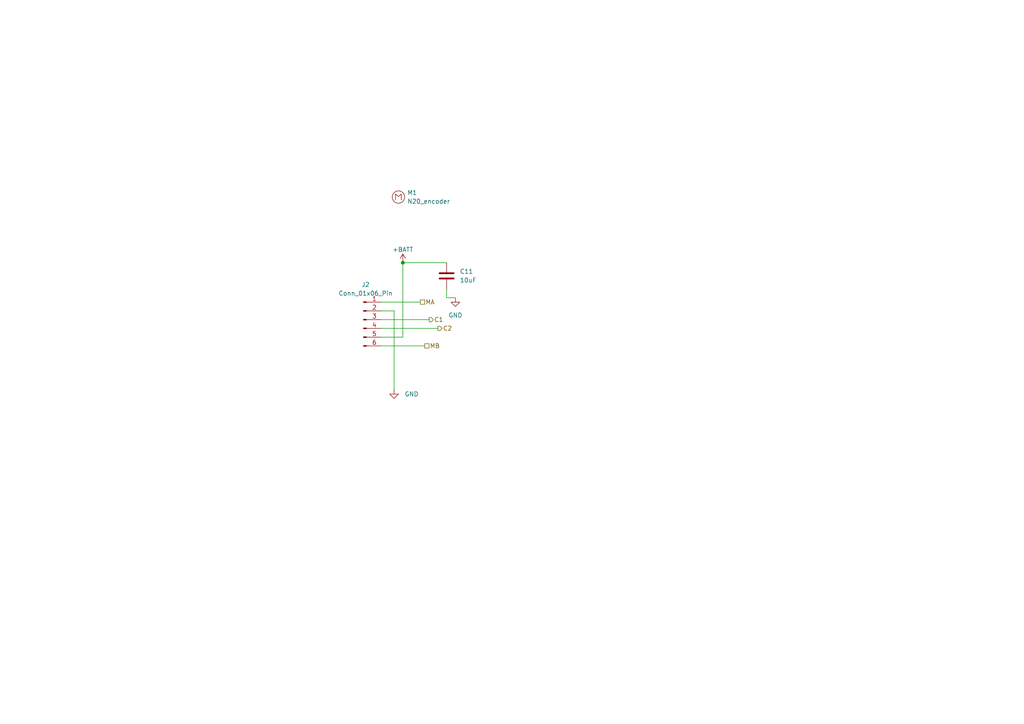
<source format=kicad_sch>
(kicad_sch (version 20230121) (generator eeschema)
  (paper "A4")
  (lib_symbols
    (symbol "Connector:Conn_01x06_Pin" (pin_names (offset 1.016) hide)
      (property "Reference" "J" (at 0 7.62 0))
      (property "Value" "Conn_01x06_Pin" (at 0 -10.16 0))
      (symbol "Conn_01x06_Pin_1_1"
        (polyline (pts (xy 1.27 -7.62) (xy 0.8636 -7.62)) (stroke (width 0.1524)))
        (polyline (pts (xy 1.27 -5.08) (xy 0.8636 -5.08)) (stroke (width 0.1524)))
        (polyline (pts (xy 1.27 -2.54) (xy 0.8636 -2.54)) (stroke (width 0.1524)))
        (polyline (pts (xy 1.27 0) (xy 0.8636 0)) (stroke (width 0.1524)))
        (polyline (pts (xy 1.27 2.54) (xy 0.8636 2.54)) (stroke (width 0.1524)))
        (polyline (pts (xy 1.27 5.08) (xy 0.8636 5.08)) (stroke (width 0.1524)))
        (rectangle (start 0.8636 -7.493) (end 0 -7.747) (stroke (width 0.1524)) (fill (type outline)))
        (rectangle (start 0.8636 -4.953) (end 0 -5.207) (stroke (width 0.1524)) (fill (type outline)))
        (rectangle (start 0.8636 -2.413) (end 0 -2.667) (stroke (width 0.1524)) (fill (type outline)))
        (rectangle (start 0.8636 0.127) (end 0 -0.127) (stroke (width 0.1524)) (fill (type outline)))
        (rectangle (start 0.8636 2.667) (end 0 2.413) (stroke (width 0.1524)) (fill (type outline)))
        (rectangle (start 0.8636 5.207) (end 0 4.953) (stroke (width 0.1524)) (fill (type outline)))
        (pin passive line (at 5.08 5.08 180) (length 3.81) (name "Pin_1") (number "1"))
        (pin passive line (at 5.08 2.54 180) (length 3.81) (name "Pin_2") (number "2"))
        (pin passive line (at 5.08 0 180) (length 3.81) (name "Pin_3") (number "3"))
        (pin passive line (at 5.08 -2.54 180) (length 3.81) (name "Pin_4") (number "4"))
        (pin passive line (at 5.08 -5.08 180) (length 3.81) (name "Pin_5") (number "5"))
        (pin passive line (at 5.08 -7.62 180) (length 3.81) (name "Pin_6") (number "6"))
      )
    )
    (symbol "Device:C" (pin_numbers hide) (pin_names (offset 0.254))
      (property "Reference" "C" (at 0.635 2.54 0))
      (property "Value" "C" (at 0.635 -2.54 0))
      (symbol "C_0_1"
        (polyline (pts (xy -2.032 -0.762) (xy 2.032 -0.762)) (stroke (width 0.508)))
        (polyline (pts (xy -2.032 0.762) (xy 2.032 0.762)) (stroke (width 0.508)))
      )
      (symbol "C_1_1"
        (pin passive line (at 0 3.81 270) (length 2.794) (name "~") (number "1"))
        (pin passive line (at 0 -3.81 90) (length 2.794) (name "~") (number "2"))
      )
    )
    (symbol "minimouse:N20_w_encoder"
      (property "Reference" "M" (at -8.89 1.27 0))
      (property "Value" "N20_encoder" (at 0 -2.54 0))
      (symbol "N20_w_encoder_0_1"
        (polyline (pts (xy -0.8636 -0.8128) (xy -0.8636 0.8636) (xy 0 0.1524) (xy 0.8128 0.8636) (xy 0.8128 -0.8128)))
        (circle (center 0 0) (radius 1.7961))
      )
    )
    (symbol "power:+BATT" (power) (pin_names (offset 0))
      (property "Value" "+BATT" (at 0 3.556 0))
      (symbol "+BATT_0_1"
        (polyline (pts (xy -0.762 1.27) (xy 0 2.54)))
        (polyline (pts (xy 0 0) (xy 0 2.54)))
        (polyline (pts (xy 0 2.54) (xy 0.762 1.27)))
      )
      (symbol "+BATT_1_1"
        (pin power_in line (at 0 0 90) (length 0) hide (name "+BATT") (number "1"))
      )
    )
    (symbol "power:GND" (power) (pin_names (offset 0))
      (property "Value" "GND" (at 0 -3.81 0))
      (symbol "GND_0_1"
        (polyline (pts (xy 0 0) (xy 0 -1.27) (xy 1.27 -1.27) (xy 0 -2.54) (xy -1.27 -1.27) (xy 0 -1.27)))
      )
      (symbol "GND_1_1"
        (pin power_in line (at 0 0 270) (length 0) hide (name "GND") (number "1"))
      )
    )
  )
  (junction (at 116.84 76.2))
  (wire (pts (xy 110.49 100.33) (xy 123.19 100.33)))
  (wire (pts (xy 132.08 86.36) (xy 129.54 86.36)))
  (wire (pts (xy 129.54 76.2) (xy 116.84 76.2)))
  (wire (pts (xy 116.84 76.2) (xy 116.84 97.79)))
  (wire (pts (xy 110.49 87.63) (xy 121.92 87.63)))
  (wire (pts (xy 129.54 86.36) (xy 129.54 83.82)))
  (wire (pts (xy 114.3 90.17) (xy 110.49 90.17)))
  (wire (pts (xy 110.49 95.25) (xy 127 95.25)))
  (wire (pts (xy 116.84 97.79) (xy 110.49 97.79)))
  (wire (pts (xy 110.49 92.71) (xy 124.46 92.71)))
  (wire (pts (xy 114.3 113.03) (xy 114.3 90.17)))
  (hierarchical_label "C1" (shape output) (at 124.46 92.71 0))
  (hierarchical_label "C2" (shape output) (at 127 95.25 0))
  (hierarchical_label "MB" (shape passive) (at 123.19 100.33 0))
  (hierarchical_label "MA" (shape passive) (at 121.92 87.63 0))
  (symbol (lib_id "power:GND") (at 132.08 86.36 0) (unit 1)
    (property "Reference" "#PWR040" (effects hide))
    (property "Value" "GND" (at 132.08 91.44 0))
    (instances (project "minimouse" (path "" (reference "#PWR040") (unit 1)) (path "" (reference "#PWR041") (unit 1)) (path "" (reference "#PWR042") (unit 1))))
  )
  (symbol (lib_id "power:GND") (at 114.3 113.03 0) (unit 1)
    (property "Reference" "#PWR027" (effects hide))
    (property "Value" "GND" (at 119.38 114.3 0))
    (instances (project "minimouse" (path "" (reference "#PWR027") (unit 1)) (path "" (reference "#PWR028") (unit 1))))
  )
  (symbol (lib_id "minimouse:N20_w_encoder") (at 115.57 57.15 0) (unit 1)
    (property "Reference" "M1" (at 118.11 55.88 0) (effects (justify left)))
    (property "Value" "N20_encoder" (at 118.11 58.42 0) (effects (justify left)))
    (property "Footprint" "minimouse:N20_with_encoder" (effects hide))
    (instances (project "minimouse" (path "" (reference "M1") (unit 1)) (path "" (reference "M2") (unit 1))))
  )
  (symbol (lib_id "Device:C") (at 129.54 80.01 180) (unit 1)
    (property "Reference" "C11" (at 133.35 78.74 0) (effects (justify right)))
    (property "Value" "10uF" (at 133.35 81.28 0) (effects (justify right)))
    (property "Footprint" "Capacitor_SMD:C_0603_1608Metric" (effects hide))
    (instances (project "minimouse" (path "" (reference "C11") (unit 1)) (path "" (reference "C13") (unit 1)) (path "" (reference "C14") (unit 1))))
  )
  (symbol (lib_id "power:+BATT") (at 116.84 76.2 0) (unit 1)
    (property "Reference" "#PWR030" (effects hide))
    (property "Value" "+BATT" (at 116.84 72.39 0))
    (instances (project "minimouse" (path "" (reference "#PWR030") (unit 1)) (path "" (reference "#PWR029") (unit 1))))
  )
  (symbol (lib_id "Connector:Conn_01x06_Pin") (at 105.41 92.71 0) (unit 1)
    (property "Reference" "J2" (at 106.045 82.55 0))
    (property "Value" "Conn_01x06_Pin" (at 106.045 85.09 0))
    (property "Footprint" "Connector_PinSocket_2.54mm:PinSocket_1x06_P2.54mm_Vertical" (effects hide))
    (instances (project "minimouse" (path "" (reference "J2") (unit 1)) (path "" (reference "J3") (unit 1))))
  )
)
</source>
